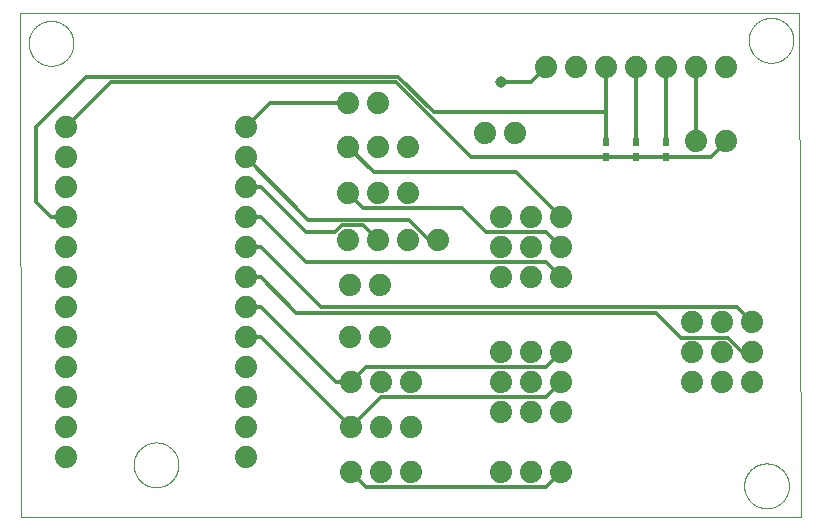
<source format=gtl>
G75*
%MOIN*%
%OFA0B0*%
%FSLAX25Y25*%
%IPPOS*%
%LPD*%
%AMOC8*
5,1,8,0,0,1.08239X$1,22.5*
%
%ADD10C,0.00000*%
%ADD11C,0.07400*%
%ADD12R,0.01969X0.02756*%
%ADD13C,0.01200*%
%ADD14C,0.03839*%
D10*
X0006300Y0005560D02*
X0005800Y0173761D01*
X0265721Y0173761D01*
X0266221Y0005560D01*
X0006300Y0005560D01*
X0043825Y0023060D02*
X0043827Y0023243D01*
X0043834Y0023427D01*
X0043845Y0023610D01*
X0043861Y0023793D01*
X0043881Y0023975D01*
X0043906Y0024157D01*
X0043935Y0024338D01*
X0043969Y0024518D01*
X0044007Y0024698D01*
X0044049Y0024876D01*
X0044096Y0025054D01*
X0044147Y0025230D01*
X0044202Y0025405D01*
X0044262Y0025578D01*
X0044326Y0025750D01*
X0044394Y0025921D01*
X0044466Y0026089D01*
X0044543Y0026256D01*
X0044623Y0026421D01*
X0044708Y0026584D01*
X0044796Y0026744D01*
X0044888Y0026903D01*
X0044985Y0027059D01*
X0045085Y0027213D01*
X0045189Y0027364D01*
X0045296Y0027513D01*
X0045407Y0027659D01*
X0045522Y0027802D01*
X0045640Y0027942D01*
X0045761Y0028080D01*
X0045886Y0028214D01*
X0046014Y0028346D01*
X0046146Y0028474D01*
X0046280Y0028599D01*
X0046418Y0028720D01*
X0046558Y0028838D01*
X0046701Y0028953D01*
X0046847Y0029064D01*
X0046996Y0029171D01*
X0047147Y0029275D01*
X0047301Y0029375D01*
X0047457Y0029472D01*
X0047616Y0029564D01*
X0047776Y0029652D01*
X0047939Y0029737D01*
X0048104Y0029817D01*
X0048271Y0029894D01*
X0048439Y0029966D01*
X0048610Y0030034D01*
X0048782Y0030098D01*
X0048955Y0030158D01*
X0049130Y0030213D01*
X0049306Y0030264D01*
X0049484Y0030311D01*
X0049662Y0030353D01*
X0049842Y0030391D01*
X0050022Y0030425D01*
X0050203Y0030454D01*
X0050385Y0030479D01*
X0050567Y0030499D01*
X0050750Y0030515D01*
X0050933Y0030526D01*
X0051117Y0030533D01*
X0051300Y0030535D01*
X0051483Y0030533D01*
X0051667Y0030526D01*
X0051850Y0030515D01*
X0052033Y0030499D01*
X0052215Y0030479D01*
X0052397Y0030454D01*
X0052578Y0030425D01*
X0052758Y0030391D01*
X0052938Y0030353D01*
X0053116Y0030311D01*
X0053294Y0030264D01*
X0053470Y0030213D01*
X0053645Y0030158D01*
X0053818Y0030098D01*
X0053990Y0030034D01*
X0054161Y0029966D01*
X0054329Y0029894D01*
X0054496Y0029817D01*
X0054661Y0029737D01*
X0054824Y0029652D01*
X0054984Y0029564D01*
X0055143Y0029472D01*
X0055299Y0029375D01*
X0055453Y0029275D01*
X0055604Y0029171D01*
X0055753Y0029064D01*
X0055899Y0028953D01*
X0056042Y0028838D01*
X0056182Y0028720D01*
X0056320Y0028599D01*
X0056454Y0028474D01*
X0056586Y0028346D01*
X0056714Y0028214D01*
X0056839Y0028080D01*
X0056960Y0027942D01*
X0057078Y0027802D01*
X0057193Y0027659D01*
X0057304Y0027513D01*
X0057411Y0027364D01*
X0057515Y0027213D01*
X0057615Y0027059D01*
X0057712Y0026903D01*
X0057804Y0026744D01*
X0057892Y0026584D01*
X0057977Y0026421D01*
X0058057Y0026256D01*
X0058134Y0026089D01*
X0058206Y0025921D01*
X0058274Y0025750D01*
X0058338Y0025578D01*
X0058398Y0025405D01*
X0058453Y0025230D01*
X0058504Y0025054D01*
X0058551Y0024876D01*
X0058593Y0024698D01*
X0058631Y0024518D01*
X0058665Y0024338D01*
X0058694Y0024157D01*
X0058719Y0023975D01*
X0058739Y0023793D01*
X0058755Y0023610D01*
X0058766Y0023427D01*
X0058773Y0023243D01*
X0058775Y0023060D01*
X0058773Y0022877D01*
X0058766Y0022693D01*
X0058755Y0022510D01*
X0058739Y0022327D01*
X0058719Y0022145D01*
X0058694Y0021963D01*
X0058665Y0021782D01*
X0058631Y0021602D01*
X0058593Y0021422D01*
X0058551Y0021244D01*
X0058504Y0021066D01*
X0058453Y0020890D01*
X0058398Y0020715D01*
X0058338Y0020542D01*
X0058274Y0020370D01*
X0058206Y0020199D01*
X0058134Y0020031D01*
X0058057Y0019864D01*
X0057977Y0019699D01*
X0057892Y0019536D01*
X0057804Y0019376D01*
X0057712Y0019217D01*
X0057615Y0019061D01*
X0057515Y0018907D01*
X0057411Y0018756D01*
X0057304Y0018607D01*
X0057193Y0018461D01*
X0057078Y0018318D01*
X0056960Y0018178D01*
X0056839Y0018040D01*
X0056714Y0017906D01*
X0056586Y0017774D01*
X0056454Y0017646D01*
X0056320Y0017521D01*
X0056182Y0017400D01*
X0056042Y0017282D01*
X0055899Y0017167D01*
X0055753Y0017056D01*
X0055604Y0016949D01*
X0055453Y0016845D01*
X0055299Y0016745D01*
X0055143Y0016648D01*
X0054984Y0016556D01*
X0054824Y0016468D01*
X0054661Y0016383D01*
X0054496Y0016303D01*
X0054329Y0016226D01*
X0054161Y0016154D01*
X0053990Y0016086D01*
X0053818Y0016022D01*
X0053645Y0015962D01*
X0053470Y0015907D01*
X0053294Y0015856D01*
X0053116Y0015809D01*
X0052938Y0015767D01*
X0052758Y0015729D01*
X0052578Y0015695D01*
X0052397Y0015666D01*
X0052215Y0015641D01*
X0052033Y0015621D01*
X0051850Y0015605D01*
X0051667Y0015594D01*
X0051483Y0015587D01*
X0051300Y0015585D01*
X0051117Y0015587D01*
X0050933Y0015594D01*
X0050750Y0015605D01*
X0050567Y0015621D01*
X0050385Y0015641D01*
X0050203Y0015666D01*
X0050022Y0015695D01*
X0049842Y0015729D01*
X0049662Y0015767D01*
X0049484Y0015809D01*
X0049306Y0015856D01*
X0049130Y0015907D01*
X0048955Y0015962D01*
X0048782Y0016022D01*
X0048610Y0016086D01*
X0048439Y0016154D01*
X0048271Y0016226D01*
X0048104Y0016303D01*
X0047939Y0016383D01*
X0047776Y0016468D01*
X0047616Y0016556D01*
X0047457Y0016648D01*
X0047301Y0016745D01*
X0047147Y0016845D01*
X0046996Y0016949D01*
X0046847Y0017056D01*
X0046701Y0017167D01*
X0046558Y0017282D01*
X0046418Y0017400D01*
X0046280Y0017521D01*
X0046146Y0017646D01*
X0046014Y0017774D01*
X0045886Y0017906D01*
X0045761Y0018040D01*
X0045640Y0018178D01*
X0045522Y0018318D01*
X0045407Y0018461D01*
X0045296Y0018607D01*
X0045189Y0018756D01*
X0045085Y0018907D01*
X0044985Y0019061D01*
X0044888Y0019217D01*
X0044796Y0019376D01*
X0044708Y0019536D01*
X0044623Y0019699D01*
X0044543Y0019864D01*
X0044466Y0020031D01*
X0044394Y0020199D01*
X0044326Y0020370D01*
X0044262Y0020542D01*
X0044202Y0020715D01*
X0044147Y0020890D01*
X0044096Y0021066D01*
X0044049Y0021244D01*
X0044007Y0021422D01*
X0043969Y0021602D01*
X0043935Y0021782D01*
X0043906Y0021963D01*
X0043881Y0022145D01*
X0043861Y0022327D01*
X0043845Y0022510D01*
X0043834Y0022693D01*
X0043827Y0022877D01*
X0043825Y0023060D01*
X0247325Y0016060D02*
X0247327Y0016243D01*
X0247334Y0016427D01*
X0247345Y0016610D01*
X0247361Y0016793D01*
X0247381Y0016975D01*
X0247406Y0017157D01*
X0247435Y0017338D01*
X0247469Y0017518D01*
X0247507Y0017698D01*
X0247549Y0017876D01*
X0247596Y0018054D01*
X0247647Y0018230D01*
X0247702Y0018405D01*
X0247762Y0018578D01*
X0247826Y0018750D01*
X0247894Y0018921D01*
X0247966Y0019089D01*
X0248043Y0019256D01*
X0248123Y0019421D01*
X0248208Y0019584D01*
X0248296Y0019744D01*
X0248388Y0019903D01*
X0248485Y0020059D01*
X0248585Y0020213D01*
X0248689Y0020364D01*
X0248796Y0020513D01*
X0248907Y0020659D01*
X0249022Y0020802D01*
X0249140Y0020942D01*
X0249261Y0021080D01*
X0249386Y0021214D01*
X0249514Y0021346D01*
X0249646Y0021474D01*
X0249780Y0021599D01*
X0249918Y0021720D01*
X0250058Y0021838D01*
X0250201Y0021953D01*
X0250347Y0022064D01*
X0250496Y0022171D01*
X0250647Y0022275D01*
X0250801Y0022375D01*
X0250957Y0022472D01*
X0251116Y0022564D01*
X0251276Y0022652D01*
X0251439Y0022737D01*
X0251604Y0022817D01*
X0251771Y0022894D01*
X0251939Y0022966D01*
X0252110Y0023034D01*
X0252282Y0023098D01*
X0252455Y0023158D01*
X0252630Y0023213D01*
X0252806Y0023264D01*
X0252984Y0023311D01*
X0253162Y0023353D01*
X0253342Y0023391D01*
X0253522Y0023425D01*
X0253703Y0023454D01*
X0253885Y0023479D01*
X0254067Y0023499D01*
X0254250Y0023515D01*
X0254433Y0023526D01*
X0254617Y0023533D01*
X0254800Y0023535D01*
X0254983Y0023533D01*
X0255167Y0023526D01*
X0255350Y0023515D01*
X0255533Y0023499D01*
X0255715Y0023479D01*
X0255897Y0023454D01*
X0256078Y0023425D01*
X0256258Y0023391D01*
X0256438Y0023353D01*
X0256616Y0023311D01*
X0256794Y0023264D01*
X0256970Y0023213D01*
X0257145Y0023158D01*
X0257318Y0023098D01*
X0257490Y0023034D01*
X0257661Y0022966D01*
X0257829Y0022894D01*
X0257996Y0022817D01*
X0258161Y0022737D01*
X0258324Y0022652D01*
X0258484Y0022564D01*
X0258643Y0022472D01*
X0258799Y0022375D01*
X0258953Y0022275D01*
X0259104Y0022171D01*
X0259253Y0022064D01*
X0259399Y0021953D01*
X0259542Y0021838D01*
X0259682Y0021720D01*
X0259820Y0021599D01*
X0259954Y0021474D01*
X0260086Y0021346D01*
X0260214Y0021214D01*
X0260339Y0021080D01*
X0260460Y0020942D01*
X0260578Y0020802D01*
X0260693Y0020659D01*
X0260804Y0020513D01*
X0260911Y0020364D01*
X0261015Y0020213D01*
X0261115Y0020059D01*
X0261212Y0019903D01*
X0261304Y0019744D01*
X0261392Y0019584D01*
X0261477Y0019421D01*
X0261557Y0019256D01*
X0261634Y0019089D01*
X0261706Y0018921D01*
X0261774Y0018750D01*
X0261838Y0018578D01*
X0261898Y0018405D01*
X0261953Y0018230D01*
X0262004Y0018054D01*
X0262051Y0017876D01*
X0262093Y0017698D01*
X0262131Y0017518D01*
X0262165Y0017338D01*
X0262194Y0017157D01*
X0262219Y0016975D01*
X0262239Y0016793D01*
X0262255Y0016610D01*
X0262266Y0016427D01*
X0262273Y0016243D01*
X0262275Y0016060D01*
X0262273Y0015877D01*
X0262266Y0015693D01*
X0262255Y0015510D01*
X0262239Y0015327D01*
X0262219Y0015145D01*
X0262194Y0014963D01*
X0262165Y0014782D01*
X0262131Y0014602D01*
X0262093Y0014422D01*
X0262051Y0014244D01*
X0262004Y0014066D01*
X0261953Y0013890D01*
X0261898Y0013715D01*
X0261838Y0013542D01*
X0261774Y0013370D01*
X0261706Y0013199D01*
X0261634Y0013031D01*
X0261557Y0012864D01*
X0261477Y0012699D01*
X0261392Y0012536D01*
X0261304Y0012376D01*
X0261212Y0012217D01*
X0261115Y0012061D01*
X0261015Y0011907D01*
X0260911Y0011756D01*
X0260804Y0011607D01*
X0260693Y0011461D01*
X0260578Y0011318D01*
X0260460Y0011178D01*
X0260339Y0011040D01*
X0260214Y0010906D01*
X0260086Y0010774D01*
X0259954Y0010646D01*
X0259820Y0010521D01*
X0259682Y0010400D01*
X0259542Y0010282D01*
X0259399Y0010167D01*
X0259253Y0010056D01*
X0259104Y0009949D01*
X0258953Y0009845D01*
X0258799Y0009745D01*
X0258643Y0009648D01*
X0258484Y0009556D01*
X0258324Y0009468D01*
X0258161Y0009383D01*
X0257996Y0009303D01*
X0257829Y0009226D01*
X0257661Y0009154D01*
X0257490Y0009086D01*
X0257318Y0009022D01*
X0257145Y0008962D01*
X0256970Y0008907D01*
X0256794Y0008856D01*
X0256616Y0008809D01*
X0256438Y0008767D01*
X0256258Y0008729D01*
X0256078Y0008695D01*
X0255897Y0008666D01*
X0255715Y0008641D01*
X0255533Y0008621D01*
X0255350Y0008605D01*
X0255167Y0008594D01*
X0254983Y0008587D01*
X0254800Y0008585D01*
X0254617Y0008587D01*
X0254433Y0008594D01*
X0254250Y0008605D01*
X0254067Y0008621D01*
X0253885Y0008641D01*
X0253703Y0008666D01*
X0253522Y0008695D01*
X0253342Y0008729D01*
X0253162Y0008767D01*
X0252984Y0008809D01*
X0252806Y0008856D01*
X0252630Y0008907D01*
X0252455Y0008962D01*
X0252282Y0009022D01*
X0252110Y0009086D01*
X0251939Y0009154D01*
X0251771Y0009226D01*
X0251604Y0009303D01*
X0251439Y0009383D01*
X0251276Y0009468D01*
X0251116Y0009556D01*
X0250957Y0009648D01*
X0250801Y0009745D01*
X0250647Y0009845D01*
X0250496Y0009949D01*
X0250347Y0010056D01*
X0250201Y0010167D01*
X0250058Y0010282D01*
X0249918Y0010400D01*
X0249780Y0010521D01*
X0249646Y0010646D01*
X0249514Y0010774D01*
X0249386Y0010906D01*
X0249261Y0011040D01*
X0249140Y0011178D01*
X0249022Y0011318D01*
X0248907Y0011461D01*
X0248796Y0011607D01*
X0248689Y0011756D01*
X0248585Y0011907D01*
X0248485Y0012061D01*
X0248388Y0012217D01*
X0248296Y0012376D01*
X0248208Y0012536D01*
X0248123Y0012699D01*
X0248043Y0012864D01*
X0247966Y0013031D01*
X0247894Y0013199D01*
X0247826Y0013370D01*
X0247762Y0013542D01*
X0247702Y0013715D01*
X0247647Y0013890D01*
X0247596Y0014066D01*
X0247549Y0014244D01*
X0247507Y0014422D01*
X0247469Y0014602D01*
X0247435Y0014782D01*
X0247406Y0014963D01*
X0247381Y0015145D01*
X0247361Y0015327D01*
X0247345Y0015510D01*
X0247334Y0015693D01*
X0247327Y0015877D01*
X0247325Y0016060D01*
X0248825Y0164560D02*
X0248827Y0164743D01*
X0248834Y0164927D01*
X0248845Y0165110D01*
X0248861Y0165293D01*
X0248881Y0165475D01*
X0248906Y0165657D01*
X0248935Y0165838D01*
X0248969Y0166018D01*
X0249007Y0166198D01*
X0249049Y0166376D01*
X0249096Y0166554D01*
X0249147Y0166730D01*
X0249202Y0166905D01*
X0249262Y0167078D01*
X0249326Y0167250D01*
X0249394Y0167421D01*
X0249466Y0167589D01*
X0249543Y0167756D01*
X0249623Y0167921D01*
X0249708Y0168084D01*
X0249796Y0168244D01*
X0249888Y0168403D01*
X0249985Y0168559D01*
X0250085Y0168713D01*
X0250189Y0168864D01*
X0250296Y0169013D01*
X0250407Y0169159D01*
X0250522Y0169302D01*
X0250640Y0169442D01*
X0250761Y0169580D01*
X0250886Y0169714D01*
X0251014Y0169846D01*
X0251146Y0169974D01*
X0251280Y0170099D01*
X0251418Y0170220D01*
X0251558Y0170338D01*
X0251701Y0170453D01*
X0251847Y0170564D01*
X0251996Y0170671D01*
X0252147Y0170775D01*
X0252301Y0170875D01*
X0252457Y0170972D01*
X0252616Y0171064D01*
X0252776Y0171152D01*
X0252939Y0171237D01*
X0253104Y0171317D01*
X0253271Y0171394D01*
X0253439Y0171466D01*
X0253610Y0171534D01*
X0253782Y0171598D01*
X0253955Y0171658D01*
X0254130Y0171713D01*
X0254306Y0171764D01*
X0254484Y0171811D01*
X0254662Y0171853D01*
X0254842Y0171891D01*
X0255022Y0171925D01*
X0255203Y0171954D01*
X0255385Y0171979D01*
X0255567Y0171999D01*
X0255750Y0172015D01*
X0255933Y0172026D01*
X0256117Y0172033D01*
X0256300Y0172035D01*
X0256483Y0172033D01*
X0256667Y0172026D01*
X0256850Y0172015D01*
X0257033Y0171999D01*
X0257215Y0171979D01*
X0257397Y0171954D01*
X0257578Y0171925D01*
X0257758Y0171891D01*
X0257938Y0171853D01*
X0258116Y0171811D01*
X0258294Y0171764D01*
X0258470Y0171713D01*
X0258645Y0171658D01*
X0258818Y0171598D01*
X0258990Y0171534D01*
X0259161Y0171466D01*
X0259329Y0171394D01*
X0259496Y0171317D01*
X0259661Y0171237D01*
X0259824Y0171152D01*
X0259984Y0171064D01*
X0260143Y0170972D01*
X0260299Y0170875D01*
X0260453Y0170775D01*
X0260604Y0170671D01*
X0260753Y0170564D01*
X0260899Y0170453D01*
X0261042Y0170338D01*
X0261182Y0170220D01*
X0261320Y0170099D01*
X0261454Y0169974D01*
X0261586Y0169846D01*
X0261714Y0169714D01*
X0261839Y0169580D01*
X0261960Y0169442D01*
X0262078Y0169302D01*
X0262193Y0169159D01*
X0262304Y0169013D01*
X0262411Y0168864D01*
X0262515Y0168713D01*
X0262615Y0168559D01*
X0262712Y0168403D01*
X0262804Y0168244D01*
X0262892Y0168084D01*
X0262977Y0167921D01*
X0263057Y0167756D01*
X0263134Y0167589D01*
X0263206Y0167421D01*
X0263274Y0167250D01*
X0263338Y0167078D01*
X0263398Y0166905D01*
X0263453Y0166730D01*
X0263504Y0166554D01*
X0263551Y0166376D01*
X0263593Y0166198D01*
X0263631Y0166018D01*
X0263665Y0165838D01*
X0263694Y0165657D01*
X0263719Y0165475D01*
X0263739Y0165293D01*
X0263755Y0165110D01*
X0263766Y0164927D01*
X0263773Y0164743D01*
X0263775Y0164560D01*
X0263773Y0164377D01*
X0263766Y0164193D01*
X0263755Y0164010D01*
X0263739Y0163827D01*
X0263719Y0163645D01*
X0263694Y0163463D01*
X0263665Y0163282D01*
X0263631Y0163102D01*
X0263593Y0162922D01*
X0263551Y0162744D01*
X0263504Y0162566D01*
X0263453Y0162390D01*
X0263398Y0162215D01*
X0263338Y0162042D01*
X0263274Y0161870D01*
X0263206Y0161699D01*
X0263134Y0161531D01*
X0263057Y0161364D01*
X0262977Y0161199D01*
X0262892Y0161036D01*
X0262804Y0160876D01*
X0262712Y0160717D01*
X0262615Y0160561D01*
X0262515Y0160407D01*
X0262411Y0160256D01*
X0262304Y0160107D01*
X0262193Y0159961D01*
X0262078Y0159818D01*
X0261960Y0159678D01*
X0261839Y0159540D01*
X0261714Y0159406D01*
X0261586Y0159274D01*
X0261454Y0159146D01*
X0261320Y0159021D01*
X0261182Y0158900D01*
X0261042Y0158782D01*
X0260899Y0158667D01*
X0260753Y0158556D01*
X0260604Y0158449D01*
X0260453Y0158345D01*
X0260299Y0158245D01*
X0260143Y0158148D01*
X0259984Y0158056D01*
X0259824Y0157968D01*
X0259661Y0157883D01*
X0259496Y0157803D01*
X0259329Y0157726D01*
X0259161Y0157654D01*
X0258990Y0157586D01*
X0258818Y0157522D01*
X0258645Y0157462D01*
X0258470Y0157407D01*
X0258294Y0157356D01*
X0258116Y0157309D01*
X0257938Y0157267D01*
X0257758Y0157229D01*
X0257578Y0157195D01*
X0257397Y0157166D01*
X0257215Y0157141D01*
X0257033Y0157121D01*
X0256850Y0157105D01*
X0256667Y0157094D01*
X0256483Y0157087D01*
X0256300Y0157085D01*
X0256117Y0157087D01*
X0255933Y0157094D01*
X0255750Y0157105D01*
X0255567Y0157121D01*
X0255385Y0157141D01*
X0255203Y0157166D01*
X0255022Y0157195D01*
X0254842Y0157229D01*
X0254662Y0157267D01*
X0254484Y0157309D01*
X0254306Y0157356D01*
X0254130Y0157407D01*
X0253955Y0157462D01*
X0253782Y0157522D01*
X0253610Y0157586D01*
X0253439Y0157654D01*
X0253271Y0157726D01*
X0253104Y0157803D01*
X0252939Y0157883D01*
X0252776Y0157968D01*
X0252616Y0158056D01*
X0252457Y0158148D01*
X0252301Y0158245D01*
X0252147Y0158345D01*
X0251996Y0158449D01*
X0251847Y0158556D01*
X0251701Y0158667D01*
X0251558Y0158782D01*
X0251418Y0158900D01*
X0251280Y0159021D01*
X0251146Y0159146D01*
X0251014Y0159274D01*
X0250886Y0159406D01*
X0250761Y0159540D01*
X0250640Y0159678D01*
X0250522Y0159818D01*
X0250407Y0159961D01*
X0250296Y0160107D01*
X0250189Y0160256D01*
X0250085Y0160407D01*
X0249985Y0160561D01*
X0249888Y0160717D01*
X0249796Y0160876D01*
X0249708Y0161036D01*
X0249623Y0161199D01*
X0249543Y0161364D01*
X0249466Y0161531D01*
X0249394Y0161699D01*
X0249326Y0161870D01*
X0249262Y0162042D01*
X0249202Y0162215D01*
X0249147Y0162390D01*
X0249096Y0162566D01*
X0249049Y0162744D01*
X0249007Y0162922D01*
X0248969Y0163102D01*
X0248935Y0163282D01*
X0248906Y0163463D01*
X0248881Y0163645D01*
X0248861Y0163827D01*
X0248845Y0164010D01*
X0248834Y0164193D01*
X0248827Y0164377D01*
X0248825Y0164560D01*
X0008825Y0163560D02*
X0008827Y0163743D01*
X0008834Y0163927D01*
X0008845Y0164110D01*
X0008861Y0164293D01*
X0008881Y0164475D01*
X0008906Y0164657D01*
X0008935Y0164838D01*
X0008969Y0165018D01*
X0009007Y0165198D01*
X0009049Y0165376D01*
X0009096Y0165554D01*
X0009147Y0165730D01*
X0009202Y0165905D01*
X0009262Y0166078D01*
X0009326Y0166250D01*
X0009394Y0166421D01*
X0009466Y0166589D01*
X0009543Y0166756D01*
X0009623Y0166921D01*
X0009708Y0167084D01*
X0009796Y0167244D01*
X0009888Y0167403D01*
X0009985Y0167559D01*
X0010085Y0167713D01*
X0010189Y0167864D01*
X0010296Y0168013D01*
X0010407Y0168159D01*
X0010522Y0168302D01*
X0010640Y0168442D01*
X0010761Y0168580D01*
X0010886Y0168714D01*
X0011014Y0168846D01*
X0011146Y0168974D01*
X0011280Y0169099D01*
X0011418Y0169220D01*
X0011558Y0169338D01*
X0011701Y0169453D01*
X0011847Y0169564D01*
X0011996Y0169671D01*
X0012147Y0169775D01*
X0012301Y0169875D01*
X0012457Y0169972D01*
X0012616Y0170064D01*
X0012776Y0170152D01*
X0012939Y0170237D01*
X0013104Y0170317D01*
X0013271Y0170394D01*
X0013439Y0170466D01*
X0013610Y0170534D01*
X0013782Y0170598D01*
X0013955Y0170658D01*
X0014130Y0170713D01*
X0014306Y0170764D01*
X0014484Y0170811D01*
X0014662Y0170853D01*
X0014842Y0170891D01*
X0015022Y0170925D01*
X0015203Y0170954D01*
X0015385Y0170979D01*
X0015567Y0170999D01*
X0015750Y0171015D01*
X0015933Y0171026D01*
X0016117Y0171033D01*
X0016300Y0171035D01*
X0016483Y0171033D01*
X0016667Y0171026D01*
X0016850Y0171015D01*
X0017033Y0170999D01*
X0017215Y0170979D01*
X0017397Y0170954D01*
X0017578Y0170925D01*
X0017758Y0170891D01*
X0017938Y0170853D01*
X0018116Y0170811D01*
X0018294Y0170764D01*
X0018470Y0170713D01*
X0018645Y0170658D01*
X0018818Y0170598D01*
X0018990Y0170534D01*
X0019161Y0170466D01*
X0019329Y0170394D01*
X0019496Y0170317D01*
X0019661Y0170237D01*
X0019824Y0170152D01*
X0019984Y0170064D01*
X0020143Y0169972D01*
X0020299Y0169875D01*
X0020453Y0169775D01*
X0020604Y0169671D01*
X0020753Y0169564D01*
X0020899Y0169453D01*
X0021042Y0169338D01*
X0021182Y0169220D01*
X0021320Y0169099D01*
X0021454Y0168974D01*
X0021586Y0168846D01*
X0021714Y0168714D01*
X0021839Y0168580D01*
X0021960Y0168442D01*
X0022078Y0168302D01*
X0022193Y0168159D01*
X0022304Y0168013D01*
X0022411Y0167864D01*
X0022515Y0167713D01*
X0022615Y0167559D01*
X0022712Y0167403D01*
X0022804Y0167244D01*
X0022892Y0167084D01*
X0022977Y0166921D01*
X0023057Y0166756D01*
X0023134Y0166589D01*
X0023206Y0166421D01*
X0023274Y0166250D01*
X0023338Y0166078D01*
X0023398Y0165905D01*
X0023453Y0165730D01*
X0023504Y0165554D01*
X0023551Y0165376D01*
X0023593Y0165198D01*
X0023631Y0165018D01*
X0023665Y0164838D01*
X0023694Y0164657D01*
X0023719Y0164475D01*
X0023739Y0164293D01*
X0023755Y0164110D01*
X0023766Y0163927D01*
X0023773Y0163743D01*
X0023775Y0163560D01*
X0023773Y0163377D01*
X0023766Y0163193D01*
X0023755Y0163010D01*
X0023739Y0162827D01*
X0023719Y0162645D01*
X0023694Y0162463D01*
X0023665Y0162282D01*
X0023631Y0162102D01*
X0023593Y0161922D01*
X0023551Y0161744D01*
X0023504Y0161566D01*
X0023453Y0161390D01*
X0023398Y0161215D01*
X0023338Y0161042D01*
X0023274Y0160870D01*
X0023206Y0160699D01*
X0023134Y0160531D01*
X0023057Y0160364D01*
X0022977Y0160199D01*
X0022892Y0160036D01*
X0022804Y0159876D01*
X0022712Y0159717D01*
X0022615Y0159561D01*
X0022515Y0159407D01*
X0022411Y0159256D01*
X0022304Y0159107D01*
X0022193Y0158961D01*
X0022078Y0158818D01*
X0021960Y0158678D01*
X0021839Y0158540D01*
X0021714Y0158406D01*
X0021586Y0158274D01*
X0021454Y0158146D01*
X0021320Y0158021D01*
X0021182Y0157900D01*
X0021042Y0157782D01*
X0020899Y0157667D01*
X0020753Y0157556D01*
X0020604Y0157449D01*
X0020453Y0157345D01*
X0020299Y0157245D01*
X0020143Y0157148D01*
X0019984Y0157056D01*
X0019824Y0156968D01*
X0019661Y0156883D01*
X0019496Y0156803D01*
X0019329Y0156726D01*
X0019161Y0156654D01*
X0018990Y0156586D01*
X0018818Y0156522D01*
X0018645Y0156462D01*
X0018470Y0156407D01*
X0018294Y0156356D01*
X0018116Y0156309D01*
X0017938Y0156267D01*
X0017758Y0156229D01*
X0017578Y0156195D01*
X0017397Y0156166D01*
X0017215Y0156141D01*
X0017033Y0156121D01*
X0016850Y0156105D01*
X0016667Y0156094D01*
X0016483Y0156087D01*
X0016300Y0156085D01*
X0016117Y0156087D01*
X0015933Y0156094D01*
X0015750Y0156105D01*
X0015567Y0156121D01*
X0015385Y0156141D01*
X0015203Y0156166D01*
X0015022Y0156195D01*
X0014842Y0156229D01*
X0014662Y0156267D01*
X0014484Y0156309D01*
X0014306Y0156356D01*
X0014130Y0156407D01*
X0013955Y0156462D01*
X0013782Y0156522D01*
X0013610Y0156586D01*
X0013439Y0156654D01*
X0013271Y0156726D01*
X0013104Y0156803D01*
X0012939Y0156883D01*
X0012776Y0156968D01*
X0012616Y0157056D01*
X0012457Y0157148D01*
X0012301Y0157245D01*
X0012147Y0157345D01*
X0011996Y0157449D01*
X0011847Y0157556D01*
X0011701Y0157667D01*
X0011558Y0157782D01*
X0011418Y0157900D01*
X0011280Y0158021D01*
X0011146Y0158146D01*
X0011014Y0158274D01*
X0010886Y0158406D01*
X0010761Y0158540D01*
X0010640Y0158678D01*
X0010522Y0158818D01*
X0010407Y0158961D01*
X0010296Y0159107D01*
X0010189Y0159256D01*
X0010085Y0159407D01*
X0009985Y0159561D01*
X0009888Y0159717D01*
X0009796Y0159876D01*
X0009708Y0160036D01*
X0009623Y0160199D01*
X0009543Y0160364D01*
X0009466Y0160531D01*
X0009394Y0160699D01*
X0009326Y0160870D01*
X0009262Y0161042D01*
X0009202Y0161215D01*
X0009147Y0161390D01*
X0009096Y0161566D01*
X0009049Y0161744D01*
X0009007Y0161922D01*
X0008969Y0162102D01*
X0008935Y0162282D01*
X0008906Y0162463D01*
X0008881Y0162645D01*
X0008861Y0162827D01*
X0008845Y0163010D01*
X0008834Y0163193D01*
X0008827Y0163377D01*
X0008825Y0163560D01*
D11*
X0021300Y0135560D03*
X0021300Y0125560D03*
X0021300Y0115560D03*
X0021300Y0105560D03*
X0021300Y0095560D03*
X0021300Y0085560D03*
X0021300Y0075560D03*
X0021300Y0065560D03*
X0021300Y0055560D03*
X0021300Y0045560D03*
X0021300Y0035560D03*
X0021300Y0025560D03*
X0081300Y0025560D03*
X0081300Y0035560D03*
X0081300Y0045560D03*
X0081300Y0055560D03*
X0081300Y0065560D03*
X0081300Y0075560D03*
X0081300Y0085560D03*
X0081300Y0095560D03*
X0081300Y0105560D03*
X0081300Y0115560D03*
X0081300Y0125560D03*
X0081300Y0135560D03*
X0115300Y0129060D03*
X0125300Y0129060D03*
X0135300Y0129060D03*
X0135300Y0113560D03*
X0125300Y0113560D03*
X0115300Y0113560D03*
X0115300Y0098060D03*
X0125300Y0098060D03*
X0135300Y0098060D03*
X0145300Y0098060D03*
X0166300Y0095560D03*
X0176300Y0095560D03*
X0186300Y0095560D03*
X0186300Y0105560D03*
X0176300Y0105560D03*
X0166300Y0105560D03*
X0166300Y0085560D03*
X0176300Y0085560D03*
X0186300Y0085560D03*
X0186300Y0060560D03*
X0176300Y0060560D03*
X0166300Y0060560D03*
X0166300Y0050560D03*
X0176300Y0050560D03*
X0186300Y0050560D03*
X0186300Y0040560D03*
X0176300Y0040560D03*
X0166300Y0040560D03*
X0166300Y0020560D03*
X0176300Y0020560D03*
X0186300Y0020560D03*
X0229800Y0050560D03*
X0239800Y0050560D03*
X0249800Y0050560D03*
X0249800Y0060560D03*
X0239800Y0060560D03*
X0229800Y0060560D03*
X0229800Y0070560D03*
X0239800Y0070560D03*
X0249800Y0070560D03*
X0241300Y0131060D03*
X0231300Y0131060D03*
X0231300Y0155560D03*
X0221300Y0155560D03*
X0211300Y0155560D03*
X0201300Y0155560D03*
X0191300Y0155560D03*
X0181300Y0155560D03*
X0170800Y0133560D03*
X0160800Y0133560D03*
X0125300Y0143560D03*
X0115300Y0143560D03*
X0115800Y0083060D03*
X0125800Y0083060D03*
X0125800Y0065560D03*
X0115800Y0065560D03*
X0116300Y0050560D03*
X0126300Y0050560D03*
X0136300Y0050560D03*
X0136300Y0035560D03*
X0126300Y0035560D03*
X0116300Y0035560D03*
X0116300Y0020560D03*
X0126300Y0020560D03*
X0136300Y0020560D03*
X0241300Y0155560D03*
D12*
X0221300Y0130816D03*
X0221300Y0125698D03*
X0211300Y0125698D03*
X0211300Y0130816D03*
X0201300Y0130816D03*
X0201300Y0125698D03*
D13*
X0156162Y0125698D01*
X0131300Y0150560D01*
X0036300Y0150560D01*
X0021300Y0135560D01*
X0011300Y0135560D02*
X0011300Y0110560D01*
X0016300Y0105560D01*
X0021300Y0105560D01*
X0011300Y0135560D02*
X0028100Y0152360D01*
X0132046Y0152360D01*
X0143846Y0140560D01*
X0201300Y0140560D01*
X0201300Y0130816D01*
X0201300Y0125698D02*
X0211300Y0125698D01*
X0221300Y0125698D01*
X0221438Y0125560D01*
X0236300Y0125560D01*
X0241300Y0130560D01*
X0241300Y0131060D01*
X0231300Y0131060D02*
X0231300Y0155560D01*
X0221300Y0155560D02*
X0221300Y0130816D01*
X0211300Y0130816D02*
X0211300Y0155560D01*
X0201300Y0155560D02*
X0201300Y0140560D01*
X0181300Y0155560D02*
X0176300Y0150560D01*
X0166300Y0150560D01*
X0171300Y0120560D02*
X0123800Y0120560D01*
X0115300Y0129060D01*
X0115300Y0113560D02*
X0120200Y0108660D01*
X0153200Y0108660D01*
X0161300Y0100560D01*
X0181300Y0100560D01*
X0186300Y0095560D01*
X0181300Y0090560D02*
X0101300Y0090560D01*
X0086300Y0105560D01*
X0081300Y0105560D01*
X0081300Y0095560D02*
X0086300Y0095560D01*
X0106300Y0075560D01*
X0244800Y0075560D01*
X0249800Y0070560D01*
X0241830Y0065460D02*
X0226400Y0065460D01*
X0218100Y0073760D01*
X0098100Y0073760D01*
X0086300Y0085560D01*
X0081300Y0085560D01*
X0081300Y0075560D02*
X0086300Y0075560D01*
X0111300Y0050560D01*
X0116300Y0050560D01*
X0121300Y0055560D01*
X0181300Y0055560D01*
X0186300Y0060560D01*
X0186300Y0050560D02*
X0181300Y0045560D01*
X0126300Y0045560D01*
X0116300Y0035560D01*
X0086300Y0065560D01*
X0081300Y0065560D01*
X0120400Y0102960D02*
X0125300Y0098060D01*
X0120400Y0102960D02*
X0113270Y0102960D01*
X0110870Y0100560D01*
X0101300Y0100560D01*
X0098800Y0103060D01*
X0086300Y0115560D01*
X0081300Y0115560D01*
X0081300Y0125560D02*
X0102100Y0104760D01*
X0135530Y0104760D01*
X0142230Y0098060D01*
X0145300Y0098060D01*
X0171300Y0120560D02*
X0186300Y0105560D01*
X0181300Y0090560D02*
X0186300Y0085560D01*
X0241830Y0065460D02*
X0246730Y0060560D01*
X0249800Y0060560D01*
X0186300Y0020560D02*
X0181300Y0015560D01*
X0121300Y0015560D01*
X0116300Y0020560D01*
X0081300Y0135560D02*
X0089300Y0143560D01*
X0115300Y0143560D01*
D14*
X0166300Y0150560D03*
M02*

</source>
